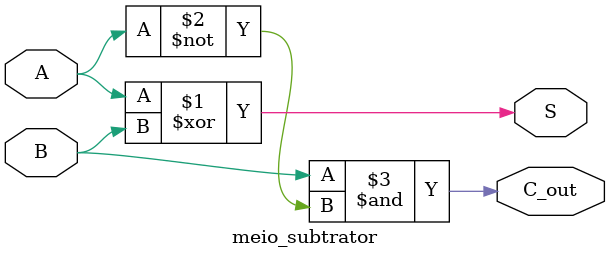
<source format=v>
module meio_subtrator(A, B, S, C_out);
    input A, B;
    output S, C_out;

    assign S = (A ^ B);
    assign C_out = (B & ~A);
endmodule
</source>
